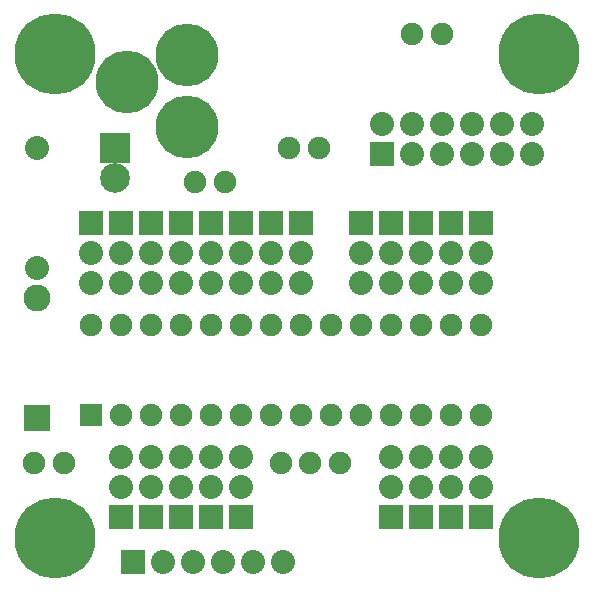
<source format=gbs>
G04 (created by PCBNEW (2013-04-19 BZR 4011)-stable) date 25/09/2013 16:15:45*
%MOIN*%
G04 Gerber Fmt 3.4, Leading zero omitted, Abs format*
%FSLAX34Y34*%
G01*
G70*
G90*
G04 APERTURE LIST*
%ADD10C,0*%
%ADD11C,0.27*%
%ADD12C,0.075*%
%ADD13R,0.075X0.075*%
%ADD14R,0.0987X0.0987*%
%ADD15C,0.0987*%
%ADD16R,0.08X0.08*%
%ADD17C,0.08*%
%ADD18C,0.09*%
%ADD19R,0.09X0.09*%
%ADD20C,0.209*%
G04 APERTURE END LIST*
G54D10*
G54D11*
X23228Y-17322D03*
X39370Y-17322D03*
X39370Y-33464D03*
G54D12*
X35153Y-16648D03*
X36153Y-16648D03*
X32053Y-20448D03*
X31053Y-20448D03*
X23553Y-30948D03*
X22553Y-30948D03*
X28900Y-21600D03*
X27900Y-21600D03*
X25453Y-29348D03*
X26453Y-29348D03*
X27453Y-29348D03*
X28453Y-29348D03*
X29453Y-29348D03*
X30453Y-29348D03*
X31453Y-29348D03*
X32453Y-29348D03*
X33453Y-29348D03*
X34453Y-29348D03*
X35453Y-29348D03*
X36453Y-29348D03*
X37453Y-29348D03*
G54D13*
X24453Y-29348D03*
G54D12*
X37453Y-26348D03*
X36453Y-26348D03*
X35453Y-26348D03*
X34453Y-26348D03*
X33453Y-26348D03*
X32453Y-26348D03*
X31453Y-26348D03*
X30453Y-26348D03*
X29453Y-26348D03*
X28453Y-26348D03*
X27453Y-26348D03*
X26453Y-26348D03*
X25453Y-26348D03*
X24453Y-26348D03*
G54D14*
X25253Y-20448D03*
G54D15*
X25253Y-21448D03*
G54D16*
X25846Y-34251D03*
G54D17*
X26846Y-34251D03*
X27846Y-34251D03*
X28846Y-34251D03*
X29846Y-34251D03*
X30846Y-34251D03*
G54D16*
X29453Y-32748D03*
G54D17*
X29453Y-31748D03*
X29453Y-30748D03*
G54D16*
X33453Y-22948D03*
G54D17*
X33453Y-23948D03*
X33453Y-24948D03*
G54D16*
X34453Y-22948D03*
G54D17*
X34453Y-23948D03*
X34453Y-24948D03*
G54D16*
X35453Y-22948D03*
G54D17*
X35453Y-23948D03*
X35453Y-24948D03*
G54D16*
X36453Y-22948D03*
G54D17*
X36453Y-23948D03*
X36453Y-24948D03*
G54D16*
X37453Y-22948D03*
G54D17*
X37453Y-23948D03*
X37453Y-24948D03*
G54D16*
X37453Y-32748D03*
G54D17*
X37453Y-31748D03*
X37453Y-30748D03*
G54D16*
X36453Y-32748D03*
G54D17*
X36453Y-31748D03*
X36453Y-30748D03*
G54D16*
X35453Y-32748D03*
G54D17*
X35453Y-31748D03*
X35453Y-30748D03*
G54D16*
X34453Y-32748D03*
G54D17*
X34453Y-31748D03*
X34453Y-30748D03*
G54D16*
X29453Y-22948D03*
G54D17*
X29453Y-23948D03*
X29453Y-24948D03*
G54D16*
X28453Y-32748D03*
G54D17*
X28453Y-31748D03*
X28453Y-30748D03*
G54D16*
X27453Y-32748D03*
G54D17*
X27453Y-31748D03*
X27453Y-30748D03*
G54D16*
X26453Y-32748D03*
G54D17*
X26453Y-31748D03*
X26453Y-30748D03*
G54D16*
X25453Y-32748D03*
G54D17*
X25453Y-31748D03*
X25453Y-30748D03*
G54D16*
X24453Y-22948D03*
G54D17*
X24453Y-23948D03*
X24453Y-24948D03*
G54D16*
X25453Y-22948D03*
G54D17*
X25453Y-23948D03*
X25453Y-24948D03*
G54D16*
X26453Y-22948D03*
G54D17*
X26453Y-23948D03*
X26453Y-24948D03*
G54D16*
X27453Y-22948D03*
G54D17*
X27453Y-23948D03*
X27453Y-24948D03*
G54D16*
X28453Y-22948D03*
G54D17*
X28453Y-23948D03*
X28453Y-24948D03*
G54D18*
X22653Y-25448D03*
G54D19*
X22653Y-29448D03*
G54D17*
X22653Y-20448D03*
X22653Y-24448D03*
G54D16*
X30453Y-22948D03*
G54D17*
X30453Y-23948D03*
X30453Y-24948D03*
G54D16*
X31453Y-22948D03*
G54D17*
X31453Y-23948D03*
X31453Y-24948D03*
G54D11*
X23228Y-33464D03*
G54D12*
X32737Y-30948D03*
X30769Y-30948D03*
X31753Y-30948D03*
G54D16*
X34153Y-20648D03*
G54D17*
X34153Y-19648D03*
X35153Y-20648D03*
X35153Y-19648D03*
X36153Y-20648D03*
X36153Y-19648D03*
X37153Y-20648D03*
X37153Y-19648D03*
X38153Y-20648D03*
X38153Y-19648D03*
X39153Y-20648D03*
X39153Y-19648D03*
G54D20*
X27650Y-17350D03*
X27650Y-19750D03*
X25650Y-18250D03*
M02*

</source>
